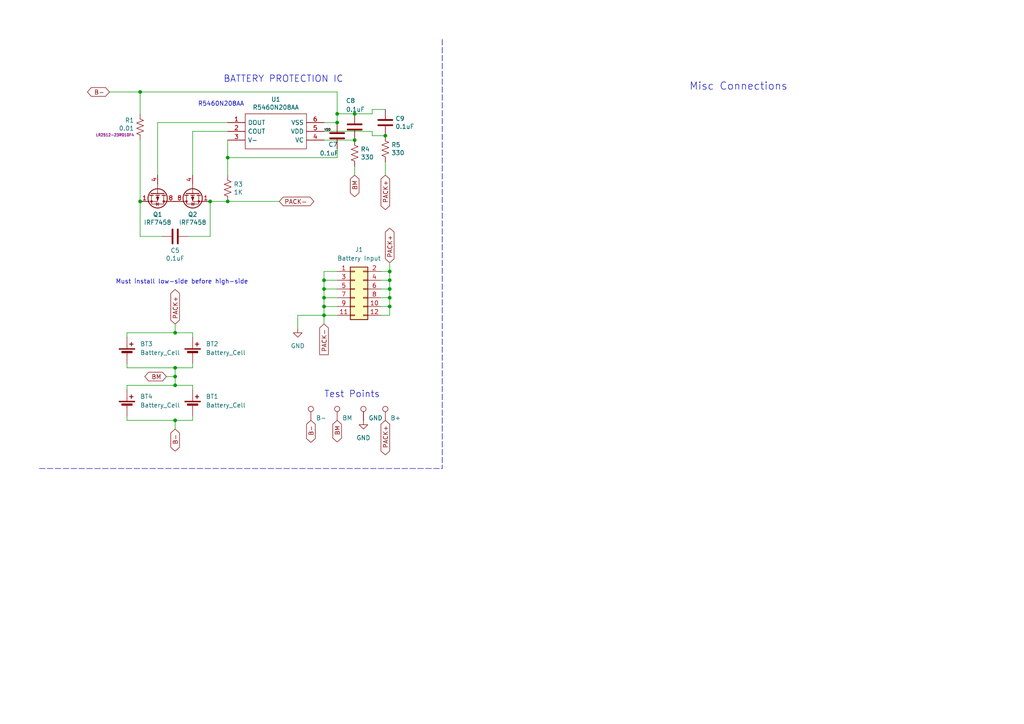
<source format=kicad_sch>
(kicad_sch (version 20250114) (generator "eeschema") (generator_version "9.0")
  (paper "A4")
  (lib_symbols
    (symbol "Connector:TestPoint" (pin_numbers (hide yes)) (pin_names (offset 0.762) (hide yes))
      (property "Reference" "TP" (at 0 6.858 0))
      (property "Value" "TestPoint" (at 0 5.08 0))
      (symbol "TestPoint_0_1"
        (circle (center 0 3.302) (radius 0.762))
      )
      (symbol "TestPoint_1_1"
        (pin passive line (at 0 0 90) (length 2.54) (name "1") (number "1"))
      )
    )
    (symbol "Connector_Generic:Conn_02x06_Odd_Even" (pin_names (offset 1.016) (hide yes))
      (property "Reference" "J" (at 1.27 7.62 0))
      (property "Value" "Conn_02x06_Odd_Even" (at 1.27 -10.16 0))
      (symbol "Conn_02x06_Odd_Even_1_1"
        (rectangle (start -1.27 6.35) (end 3.81 -8.89) (stroke (width 0.254)) (fill (type background)))
        (rectangle (start -1.27 5.207) (end 0 4.953) (stroke (width 0.1524)))
        (rectangle (start -1.27 2.667) (end 0 2.413) (stroke (width 0.1524)))
        (rectangle (start -1.27 0.127) (end 0 -0.127) (stroke (width 0.1524)))
        (rectangle (start -1.27 -2.413) (end 0 -2.667) (stroke (width 0.1524)))
        (rectangle (start -1.27 -4.953) (end 0 -5.207) (stroke (width 0.1524)))
        (rectangle (start -1.27 -7.493) (end 0 -7.747) (stroke (width 0.1524)))
        (rectangle (start 3.81 5.207) (end 2.54 4.953) (stroke (width 0.1524)))
        (rectangle (start 3.81 2.667) (end 2.54 2.413) (stroke (width 0.1524)))
        (rectangle (start 3.81 0.127) (end 2.54 -0.127) (stroke (width 0.1524)))
        (rectangle (start 3.81 -2.413) (end 2.54 -2.667) (stroke (width 0.1524)))
        (rectangle (start 3.81 -4.953) (end 2.54 -5.207) (stroke (width 0.1524)))
        (rectangle (start 3.81 -7.493) (end 2.54 -7.747) (stroke (width 0.1524)))
        (pin passive line (at -5.08 5.08 0) (length 3.81) (name "Pin_1") (number "1"))
        (pin passive line (at -5.08 2.54 0) (length 3.81) (name "Pin_3") (number "3"))
        (pin passive line (at -5.08 0 0) (length 3.81) (name "Pin_5") (number "5"))
        (pin passive line (at -5.08 -2.54 0) (length 3.81) (name "Pin_7") (number "7"))
        (pin passive line (at -5.08 -5.08 0) (length 3.81) (name "Pin_9") (number "9"))
        (pin passive line (at -5.08 -7.62 0) (length 3.81) (name "Pin_11") (number "11"))
        (pin passive line (at 7.62 5.08 180) (length 3.81) (name "Pin_2") (number "2"))
        (pin passive line (at 7.62 2.54 180) (length 3.81) (name "Pin_4") (number "4"))
        (pin passive line (at 7.62 0 180) (length 3.81) (name "Pin_6") (number "6"))
        (pin passive line (at 7.62 -2.54 180) (length 3.81) (name "Pin_8") (number "8"))
        (pin passive line (at 7.62 -5.08 180) (length 3.81) (name "Pin_10") (number "10"))
        (pin passive line (at 7.62 -7.62 180) (length 3.81) (name "Pin_12") (number "12"))
      )
    )
    (symbol "Device:Battery_Cell" (pin_numbers (hide yes)) (pin_names (offset 0) (hide yes))
      (property "Reference" "BT" (at 2.54 2.54 0))
      (property "Value" "Battery_Cell" (at 2.54 0 0))
      (symbol "Battery_Cell_0_1"
        (rectangle (start -2.286 1.778) (end 2.286 1.524) (fill (type outline)))
        (rectangle (start -1.524 1.016) (end 1.524 0.508) (fill (type outline)))
        (polyline (pts (xy 0 1.778) (xy 0 2.54)))
        (polyline (pts (xy 0 0.762) (xy 0 0)))
        (polyline (pts (xy 0.762 3.048) (xy 1.778 3.048)) (stroke (width 0.254)))
        (polyline (pts (xy 1.27 3.556) (xy 1.27 2.54)) (stroke (width 0.254)))
      )
      (symbol "Battery_Cell_1_1"
        (pin passive line (at 0 5.08 270) (length 2.54) (name "+") (number "1"))
        (pin passive line (at 0 -2.54 90) (length 2.54) (name "-") (number "2"))
      )
    )
    (symbol "Device:C" (pin_numbers (hide yes)) (pin_names (offset 0.254))
      (property "Reference" "C" (at 0.635 2.54 0))
      (property "Value" "C" (at 0.635 -2.54 0))
      (symbol "C_0_1"
        (polyline (pts (xy -2.032 0.762) (xy 2.032 0.762)) (stroke (width 0.508)))
        (polyline (pts (xy -2.032 -0.762) (xy 2.032 -0.762)) (stroke (width 0.508)))
      )
      (symbol "C_1_1"
        (pin passive line (at 0 3.81 270) (length 2.794) (name "~") (number "1"))
        (pin passive line (at 0 -3.81 90) (length 2.794) (name "~") (number "2"))
      )
    )
    (symbol "Device:R_US" (pin_numbers (hide yes)) (pin_names (offset 0))
      (property "Reference" "R" (at 2.54 0 90))
      (property "Value" "R_US" (at -2.54 0 90))
      (symbol "R_US_0_1"
        (polyline (pts (xy 0 2.286) (xy 0 2.54)))
        (polyline (pts (xy 0 2.286) (xy 1.016 1.905) (xy 0 1.524) (xy -1.016 1.143) (xy 0 0.762)))
        (polyline (pts (xy 0 0.762) (xy 1.016 0.381) (xy 0 0) (xy -1.016 -0.381) (xy 0 -0.762)))
        (polyline (pts (xy 0 -0.762) (xy 1.016 -1.143) (xy 0 -1.524) (xy -1.016 -1.905) (xy 0 -2.286)))
        (polyline (pts (xy 0 -2.286) (xy 0 -2.54)))
      )
      (symbol "R_US_1_1"
        (pin passive line (at 0 3.81 270) (length 1.27) (name "~") (number "1"))
        (pin passive line (at 0 -3.81 90) (length 1.27) (name "~") (number "2"))
      )
    )
    (symbol "Transistor_FET:IRF7404" (pin_names (hide yes))
      (property "Reference" "Q" (at 5.08 1.905 0))
      (property "Value" "IRF7404" (at 5.08 0 0))
      (symbol "IRF7404_0_1"
        (polyline (pts (xy 0.254 1.905) (xy 0.254 -1.905)) (stroke (width 0.254)))
        (polyline (pts (xy 0.254 0) (xy -2.54 0)))
        (polyline (pts (xy 0.762 2.286) (xy 0.762 1.27)) (stroke (width 0.254)))
        (polyline (pts (xy 0.762 1.778) (xy 3.302 1.778) (xy 3.302 -1.778) (xy 0.762 -1.778)))
        (polyline (pts (xy 0.762 0.508) (xy 0.762 -0.508)) (stroke (width 0.254)))
        (polyline (pts (xy 0.762 -1.27) (xy 0.762 -2.286)) (stroke (width 0.254)))
        (circle (center 1.651 0) (radius 2.794) (stroke (width 0.254)))
        (polyline (pts (xy 2.286 0) (xy 1.27 0.381) (xy 1.27 -0.381) (xy 2.286 0)) (fill (type outline)))
        (polyline (pts (xy 2.54 2.54) (xy 2.54 1.778)))
        (circle (center 2.54 1.778) (radius 0.254) (fill (type outline)))
        (circle (center 2.54 -1.778) (radius 0.254) (fill (type outline)))
        (polyline (pts (xy 2.54 -2.54) (xy 2.54 0) (xy 0.762 0)))
        (polyline (pts (xy 2.794 -0.508) (xy 2.921 -0.381) (xy 3.683 -0.381) (xy 3.81 -0.254)))
        (polyline (pts (xy 3.302 -0.381) (xy 2.921 0.254) (xy 3.683 0.254) (xy 3.302 -0.381)))
      )
      (symbol "IRF7404_1_1"
        (pin passive line (at -5.08 0 0) (length 2.54) (name "G") (number "4"))
        (pin passive line (at 2.54 5.08 270) (length 2.54) (hide yes) (name "D") (number "5"))
        (pin passive line (at 2.54 5.08 270) (length 2.54) (hide yes) (name "D") (number "6"))
        (pin passive line (at 2.54 5.08 270) (length 2.54) (hide yes) (name "D") (number "7"))
        (pin passive line (at 2.54 5.08 270) (length 2.54) (name "D") (number "8"))
        (pin passive line (at 2.54 -5.08 90) (length 2.54) (name "S") (number "1"))
        (pin passive line (at 2.54 -5.08 90) (length 2.54) (hide yes) (name "S") (number "2"))
        (pin passive line (at 2.54 -5.08 90) (length 2.54) (hide yes) (name "S") (number "3"))
      )
    )
    (symbol "batteryboard-rescue:R5460N233AF-symbols" (pin_names (offset 0.762))
      (property "Reference" "U" (at 12.7 3.81 0))
      (property "Value" "R5460N233AF-symbols" (at 7.62 -8.89 0))
      (symbol "R5460N233AF-symbols_0_0"
        (pin unspecified line (at 0 0 0) (length 5.08) (name "DOUT") (number "1"))
        (pin unspecified line (at 0 -2.54 0) (length 5.08) (name "COUT") (number "2"))
        (pin unspecified line (at 0 -5.08 0) (length 5.08) (name "V-") (number "3"))
        (pin unspecified line (at 27.94 0 180) (length 5.08) (name "VSS") (number "6"))
        (pin unspecified line (at 27.94 -2.54 180) (length 5.08) (name "VDD") (number "5"))
        (pin unspecified line (at 27.94 -5.08 180) (length 5.08) (name "VC") (number "4"))
      )
      (symbol "R5460N233AF-symbols_0_1"
        (polyline (pts (xy 5.08 2.54) (xy 22.86 2.54) (xy 22.86 -7.62) (xy 5.08 -7.62) (xy 5.08 2.54)) (stroke (width 0.1524)))
      )
    )
    (symbol "power:GND" (power) (pin_names (offset 0))
      (property "Value" "GND" (at 0 -3.81 0))
      (symbol "GND_0_1"
        (polyline (pts (xy 0 0) (xy 0 -1.27) (xy 1.27 -1.27) (xy 0 -2.54) (xy -1.27 -1.27) (xy 0 -1.27)))
      )
      (symbol "GND_1_1"
        (pin power_in line (at 0 0 270) (length 0) (hide yes) (name "GND") (number "1"))
      )
    )
  )
  (text "Must install low-side before high-side" (at 33.528 82.55 0) (effects (font (size 1.27 1.27)) (justify left bottom)))
  (text "Test Points" (at 93.98 115.57 0) (effects (font (size 1.905 1.905)) (justify left bottom)))
  (text "BATTERY PROTECTION IC" (at 64.77 24.13 0) (effects (font (size 1.905 1.905)) (justify left bottom)))
  (text "Misc Connections" (at 199.898 26.416 0) (effects (font (size 2.159 2.159)) (justify left bottom)))
  (text "R5460N208AA\n" (at 57.404 30.988 0) (effects (font (size 1.27 1.27)) (justify left bottom)))
  (junction (at 113.03 88.9))
  (junction (at 113.03 83.82))
  (junction (at 102.87 40.64))
  (junction (at 97.79 33.02))
  (junction (at 50.8 106.68))
  (junction (at 97.79 35.56))
  (junction (at 113.03 78.74))
  (junction (at 93.98 86.36))
  (junction (at 66.04 45.72))
  (junction (at 66.04 58.42))
  (junction (at 50.8 111.76))
  (junction (at 40.64 26.67))
  (junction (at 113.03 81.28))
  (junction (at 93.98 81.28))
  (junction (at 93.98 91.44))
  (junction (at 50.8 121.92))
  (junction (at 60.96 58.42))
  (junction (at 93.98 88.9))
  (junction (at 50.8 109.22))
  (junction (at 111.76 39.37))
  (junction (at 113.03 86.36))
  (junction (at 93.98 83.82))
  (junction (at 50.8 96.52))
  (junction (at 102.87 33.02))
  (junction (at 40.64 58.42))
  (wire (pts (xy 113.03 76.2) (xy 113.03 78.74)))
  (wire (pts (xy 93.98 78.74) (xy 93.98 81.28)))
  (wire (pts (xy 97.79 45.72) (xy 66.04 45.72)))
  (wire (pts (xy 113.03 81.28) (xy 110.49 81.28)))
  (wire (pts (xy 97.79 33.02) (xy 97.79 26.67)))
  (wire (pts (xy 97.79 81.28) (xy 93.98 81.28)))
  (wire (pts (xy 46.99 68.58) (xy 40.64 68.58)))
  (wire (pts (xy 50.8 111.76) (xy 55.88 111.76)))
  (wire (pts (xy 102.87 33.02) (xy 107.95 33.02)))
  (wire (pts (xy 93.98 81.28) (xy 93.98 83.82)))
  (wire (pts (xy 93.98 91.44) (xy 93.98 93.98)))
  (wire (pts (xy 54.61 68.58) (xy 60.96 68.58)))
  (wire (pts (xy 107.95 33.02) (xy 107.95 31.75)))
  (wire (pts (xy 50.8 121.92) (xy 55.88 121.92)))
  (wire (pts (xy 66.04 45.72) (xy 66.04 40.64)))
  (wire (pts (xy 111.76 50.8) (xy 111.76 46.99)))
  (wire (pts (xy 40.64 26.67) (xy 31.75 26.67)))
  (wire (pts (xy 107.95 38.1) (xy 107.95 39.37)))
  (wire (pts (xy 55.88 38.1) (xy 55.88 50.8)))
  (wire (pts (xy 93.98 40.64) (xy 102.87 40.64)))
  (wire (pts (xy 36.83 96.52) (xy 36.83 97.79)))
  (wire (pts (xy 93.98 91.44) (xy 86.36 91.44)))
  (wire (pts (xy 97.79 88.9) (xy 93.98 88.9)))
  (wire (pts (xy 50.8 93.98) (xy 50.8 96.52)))
  (wire (pts (xy 113.03 88.9) (xy 113.03 86.36)))
  (wire (pts (xy 107.95 31.75) (xy 111.76 31.75)))
  (wire (pts (xy 36.83 111.76) (xy 36.83 113.03)))
  (wire (pts (xy 113.03 83.82) (xy 110.49 83.82)))
  (wire (pts (xy 113.03 78.74) (xy 110.49 78.74)))
  (wire (pts (xy 97.79 33.02) (xy 97.79 35.56)))
  (wire (pts (xy 97.79 86.36) (xy 93.98 86.36)))
  (wire (pts (xy 113.03 86.36) (xy 110.49 86.36)))
  (wire (pts (xy 55.88 38.1) (xy 66.04 38.1)))
  (wire (pts (xy 97.79 26.67) (xy 40.64 26.67)))
  (wire (pts (xy 40.64 26.67) (xy 40.64 33.02)))
  (wire (pts (xy 36.83 121.92) (xy 50.8 121.92)))
  (wire (pts (xy 110.49 88.9) (xy 113.03 88.9)))
  (wire (pts (xy 93.98 35.56) (xy 97.79 35.56)))
  (wire (pts (xy 50.8 109.22) (xy 48.26 109.22)))
  (wire (pts (xy 36.83 111.76) (xy 50.8 111.76)))
  (wire (pts (xy 102.87 50.8) (xy 102.87 48.26)))
  (wire (pts (xy 55.88 111.76) (xy 55.88 113.03)))
  (wire (pts (xy 50.8 106.68) (xy 50.8 109.22)))
  (wire (pts (xy 60.96 68.58) (xy 60.96 58.42)))
  (wire (pts (xy 66.04 58.42) (xy 81.026 58.42)))
  (wire (pts (xy 36.83 96.52) (xy 50.8 96.52)))
  (wire (pts (xy 113.03 83.82) (xy 113.03 86.36)))
  (wire (pts (xy 97.79 91.44) (xy 93.98 91.44)))
  (wire (pts (xy 55.88 121.92) (xy 55.88 120.65)))
  (wire (pts (xy 86.36 91.44) (xy 86.36 95.25)))
  (wire (pts (xy 36.83 105.41) (xy 36.83 106.68)))
  (wire (pts (xy 45.72 35.56) (xy 66.04 35.56)))
  (wire (pts (xy 50.8 109.22) (xy 50.8 111.76)))
  (polyline (pts (xy 11.43 135.89) (xy 128.27 135.89)) (stroke (width 0) (type dash)))
  (wire (pts (xy 93.98 86.36) (xy 93.98 88.9)))
  (wire (pts (xy 55.88 96.52) (xy 55.88 97.79)))
  (wire (pts (xy 97.79 83.82) (xy 93.98 83.82)))
  (wire (pts (xy 45.72 50.8) (xy 45.72 35.56)))
  (wire (pts (xy 55.88 106.68) (xy 55.88 105.41)))
  (wire (pts (xy 113.03 91.44) (xy 113.03 88.9)))
  (wire (pts (xy 97.79 33.02) (xy 102.87 33.02)))
  (wire (pts (xy 40.64 58.42) (xy 40.64 40.64)))
  (wire (pts (xy 93.98 88.9) (xy 93.98 91.44)))
  (wire (pts (xy 107.95 39.37) (xy 111.76 39.37)))
  (polyline (pts (xy 128.27 11.43) (xy 128.27 135.89)) (stroke (width 0) (type dash)))
  (wire (pts (xy 97.79 43.18) (xy 97.79 45.72)))
  (wire (pts (xy 40.64 68.58) (xy 40.64 58.42)))
  (wire (pts (xy 36.83 120.65) (xy 36.83 121.92)))
  (wire (pts (xy 97.79 78.74) (xy 93.98 78.74)))
  (wire (pts (xy 36.83 106.68) (xy 50.8 106.68)))
  (wire (pts (xy 66.04 50.8) (xy 66.04 45.72)))
  (wire (pts (xy 113.03 81.28) (xy 113.03 83.82)))
  (wire (pts (xy 50.8 96.52) (xy 55.88 96.52)))
  (wire (pts (xy 93.98 38.1) (xy 107.95 38.1)))
  (wire (pts (xy 113.03 78.74) (xy 113.03 81.28)))
  (wire (pts (xy 50.8 106.68) (xy 55.88 106.68)))
  (wire (pts (xy 60.96 58.42) (xy 66.04 58.42)))
  (wire (pts (xy 93.98 83.82) (xy 93.98 86.36)))
  (wire (pts (xy 50.8 124.46) (xy 50.8 121.92)))
  (wire (pts (xy 110.49 91.44) (xy 113.03 91.44)))
  (label "VDD" (at 93.98 38.1 0) (effects (font (size 0.635 0.635))))
  (global_label "B-" (shape bidirectional) (at 31.75 26.67 180) (property "Intersheetrefs" "${INTERSHEET_REFS}" (effects (hide yes))))
  (global_label "B-" (shape bidirectional) (at 50.8 124.46 270) (property "Intersheetrefs" "${INTERSHEET_REFS}" (effects (hide yes))))
  (global_label "PACK+" (shape bidirectional) (at 111.76 50.8 270) (property "Intersheetrefs" "${INTERSHEET_REFS}" (effects (hide yes))))
  (global_label "BM" (shape bidirectional) (at 48.26 109.22 180) (property "Intersheetrefs" "${INTERSHEET_REFS}" (effects (hide yes))))
  (global_label "BM" (shape bidirectional) (at 97.79 121.92 270) (property "Intersheetrefs" "${INTERSHEET_REFS}" (effects (hide yes))))
  (global_label "PACK-" (shape input) (at 93.98 93.98 270) (property "Intersheetrefs" "${INTERSHEET_REFS}" (effects (hide yes))))
  (global_label "PACK-" (shape bidirectional) (at 81.026 58.42 0) (property "Intersheetrefs" "${INTERSHEET_REFS}" (effects (hide yes))))
  (global_label "PACK+" (shape bidirectional) (at 50.8 93.98 90) (property "Intersheetrefs" "${INTERSHEET_REFS}" (effects (hide yes))))
  (global_label "BM" (shape bidirectional) (at 102.87 50.8 270) (property "Intersheetrefs" "${INTERSHEET_REFS}" (effects (hide yes))))
  (global_label "B-" (shape bidirectional) (at 90.17 121.92 270) (property "Intersheetrefs" "${INTERSHEET_REFS}" (effects (hide yes))))
  (global_label "PACK+" (shape bidirectional) (at 113.03 76.2 90) (property "Intersheetrefs" "${INTERSHEET_REFS}" (effects (hide yes))))
  (global_label "PACK+" (shape bidirectional) (at 111.76 121.92 270) (property "Intersheetrefs" "${INTERSHEET_REFS}" (effects (hide yes))))
  (symbol (lib_id "Connector_Generic:Conn_02x06_Odd_Even") (at 102.87 83.82 0) (unit 1)
    (property "Reference" "J1" (at 104.14 72.39 0))
    (property "Value" "Battery Input" (at 104.14 74.93 0))
    (property "Footprint" "Connector_Hirose:Hirose_DF11-12DP-2DSA_2x06_P2.00mm_Vertical" (effects (hide yes)))
    (property "Description" "Generic connector, double row, 02x06, odd/even pin numbering scheme (row 1 odd numbers, row 2 even numbers), script generated (kicad-library-utils/schlib/autogen/connector/)" (effects (hide yes)))
  )
  (symbol (lib_id "batteryboard-rescue:R5460N233AF-symbols") (at 66.04 35.56 0) (unit 1)
    (property "Reference" "U1" (at 80.01 28.829 0))
    (property "Value" "R5460N208AA" (at 80.01 31.1404 0))
    (property "Footprint" "Package_TO_SOT_SMD:SOT-23-6" (effects (hide yes)))
    (property "Datasheet" "http://www.mouser.com/datasheet/2/792/r5460-e-1085730.pdf" (effects (hide yes)))
    (property "Description" "Battery Management 2-Cell Li-ion Protection IC" (effects (hide yes)))
    (property "Height" "1.3" (effects (hide yes)))
    (property "Manufacturer_Name" "Ricoh Electronic Devices Company" (effects (hide yes)))
    (property "Manufacturer_Part_Number" "R5460N233AF-TR-FE" (effects (hide yes)))
    (property "Mouser Part Number" "848-R5460N233AFTRFE" (effects (hide yes)))
    (property "Mouser Price/Stock" "https://www.mouser.com/Search/Refine.aspx?Keyword=848-R5460N233AFTRFE" (effects (hide yes)))
  )
  (symbol (lib_id "Device:Battery_Cell") (at 55.88 118.11 0) (unit 1)
    (property "Reference" "BT1" (at 59.69 114.9984 0) (effects (justify left)))
    (property "Value" "Battery_Cell" (at 59.69 117.5384 0) (effects (justify left)))
    (property "Footprint" "Battery Holders:BAT-TH_BH-18650-A6AJ012" (effects (hide yes)))
    (property "Description" "Single-cell battery" (effects (hide yes)))
  )
  (symbol (lib_id "Device:C") (at 102.87 36.83 0) (unit 1)
    (property "Reference" "C8" (at 100.33 29.21 0) (effects (justify left)))
    (property "Value" "0.1uF" (at 100.33 31.75 0) (effects (justify left)))
    (property "Footprint" "Capacitor_SMD:C_0603_1608Metric" (effects (hide yes)))
  )
  (symbol (lib_id "Transistor_FET:IRF7404") (at 45.72 55.88 270) (unit 1)
    (property "Reference" "Q1" (at 45.72 62.2046 90))
    (property "Value" "IRF7458" (at 45.72 64.516 90))
    (property "Footprint" "Package_SO:SOIC-8_3.9x4.9mm_P1.27mm" (effects (hide yes)))
    (property "Datasheet" "http://www.infineon.com/dgdl/irf7404.pdf?fileId=5546d462533600a4015355fa2b5b1b9e" (effects (hide yes)))
  )
  (symbol (lib_id "Connector:TestPoint") (at 97.79 121.92 0) (unit 1)
    (property "Reference" "TP3" (effects (hide yes)))
    (property "Value" "BM" (at 99.2632 121.2342 0) (effects (justify left)))
    (property "Footprint" "TestPoint:TestPoint_Loop_D1.80mm_Drill1.0mm_Beaded" (effects (hide yes)))
  )
  (symbol (lib_id "power:GND") (at 86.36 95.25 0) (unit 1)
    (property "Reference" "#PWR010" (effects (hide yes)))
    (property "Value" "GND" (at 86.36 100.33 0))
  )
  (symbol (lib_id "Device:Battery_Cell") (at 55.88 102.87 0) (unit 1)
    (property "Reference" "BT2" (at 59.69 99.7584 0) (effects (justify left)))
    (property "Value" "Battery_Cell" (at 59.69 102.2984 0) (effects (justify left)))
    (property "Footprint" "Battery Holders:BAT-TH_BH-18650-A6AJ012" (effects (hide yes)))
    (property "Description" "Single-cell battery" (effects (hide yes)))
  )
  (symbol (lib_id "Device:Battery_Cell") (at 36.83 102.87 0) (unit 1)
    (property "Reference" "BT3" (at 40.64 99.7584 0) (effects (justify left)))
    (property "Value" "Battery_Cell" (at 40.64 102.2984 0) (effects (justify left)))
    (property "Footprint" "Battery Holders:BAT-TH_BH-18650-A6AJ012" (effects (hide yes)))
    (property "Description" "Single-cell battery" (effects (hide yes)))
  )
  (symbol (lib_id "Device:R_US") (at 102.87 44.45 180) (unit 1)
    (property "Reference" "R4" (at 104.5972 43.2816 0) (effects (justify right)))
    (property "Value" "330" (at 104.5972 45.593 0) (effects (justify right)))
    (property "Footprint" "Resistor_SMD:R_0603_1608Metric" (effects (hide yes)))
  )
  (symbol (lib_id "Connector:TestPoint") (at 105.41 121.92 0) (unit 1)
    (property "Reference" "TP4" (effects (hide yes)))
    (property "Value" "GND" (at 106.8832 121.2342 0) (effects (justify left)))
    (property "Footprint" "TestPoint:TestPoint_Loop_D1.80mm_Drill1.0mm_Beaded" (effects (hide yes)))
  )
  (symbol (lib_id "Device:R_US") (at 40.64 36.83 0) (unit 1)
    (property "Reference" "R1" (at 38.9128 34.8996 0) (effects (justify right)))
    (property "Value" "0.01" (at 38.9128 37.211 0) (effects (justify right)))
    (property "Footprint" "Resistor_SMD:R_2512_6332Metric" (effects (hide yes)))
    (property "PN" "LR2512-23R010F4" (at 38.9128 39.1414 0) (effects (font (size 0.762 0.762)) (justify right)))
  )
  (symbol (lib_id "Device:C") (at 97.79 39.37 0) (unit 1)
    (property "Reference" "C7" (at 95.25 41.91 0) (effects (justify left)))
    (property "Value" "0.1uF" (at 92.71 44.45 0) (effects (justify left)))
    (property "Footprint" "Capacitor_SMD:C_0603_1608Metric" (effects (hide yes)))
  )
  (symbol (lib_id "Device:C") (at 111.76 35.56 0) (unit 1)
    (property "Reference" "C9" (at 114.681 34.3916 0) (effects (justify left)))
    (property "Value" "0.1uF" (at 114.681 36.703 0) (effects (justify left)))
    (property "Footprint" "Capacitor_SMD:C_0603_1608Metric" (effects (hide yes)))
  )
  (symbol (lib_id "Connector:TestPoint") (at 111.76 121.92 0) (unit 1)
    (property "Reference" "TP5" (effects (hide yes)))
    (property "Value" "B+" (at 113.2332 121.2342 0) (effects (justify left)))
    (property "Footprint" "TestPoint:TestPoint_Loop_D1.80mm_Drill1.0mm_Beaded" (effects (hide yes)))
  )
  (symbol (lib_id "Device:C") (at 50.8 68.58 90) (unit 1)
    (property "Reference" "C5" (at 50.8 72.644 90))
    (property "Value" "0.1uF" (at 50.8 74.9554 90))
    (property "Footprint" "Capacitor_SMD:C_0603_1608Metric" (effects (hide yes)))
  )
  (symbol (lib_id "Transistor_FET:IRF7404") (at 55.88 55.88 90) (mirror x) (unit 1)
    (property "Reference" "Q2" (at 55.88 62.2046 90))
    (property "Value" "IRF7458" (at 55.88 64.516 90))
    (property "Footprint" "Package_SO:SOIC-8_3.9x4.9mm_P1.27mm" (effects (hide yes)))
    (property "Datasheet" "http://www.infineon.com/dgdl/irf7404.pdf?fileId=5546d462533600a4015355fa2b5b1b9e" (effects (hide yes)))
  )
  (symbol (lib_id "Device:R_US") (at 66.04 54.61 0) (unit 1)
    (property "Reference" "R3" (at 67.7672 53.4416 0) (effects (justify left)))
    (property "Value" "1K" (at 67.7672 55.753 0) (effects (justify left)))
    (property "Footprint" "Resistor_SMD:R_0603_1608Metric" (effects (hide yes)))
  )
  (symbol (lib_id "Device:Battery_Cell") (at 36.83 118.11 0) (unit 1)
    (property "Reference" "BT4" (at 40.64 114.9984 0) (effects (justify left)))
    (property "Value" "Battery_Cell" (at 40.64 117.5384 0) (effects (justify left)))
    (property "Footprint" "Battery Holders:BAT-TH_BH-18650-A6AJ012" (effects (hide yes)))
    (property "Description" "Single-cell battery" (effects (hide yes)))
  )
  (symbol (lib_id "power:GND") (at 105.41 121.92 0) (unit 1)
    (property "Reference" "#PWR09" (effects (hide yes)))
    (property "Value" "GND" (at 105.41 127 0))
  )
  (symbol (lib_id "Connector:TestPoint") (at 90.17 121.92 0) (unit 1)
    (property "Reference" "TP2" (effects (hide yes)))
    (property "Value" "B-" (at 91.6432 121.2342 0) (effects (justify left)))
    (property "Footprint" "TestPoint:TestPoint_Loop_D1.80mm_Drill1.0mm_Beaded" (effects (hide yes)))
  )
  (symbol (lib_id "Device:R_US") (at 111.76 43.18 180) (unit 1)
    (property "Reference" "R5" (at 113.4872 42.0116 0) (effects (justify right)))
    (property "Value" "330" (at 113.4872 44.323 0) (effects (justify right)))
    (property "Footprint" "Resistor_SMD:R_0603_1608Metric" (effects (hide yes)))
  )
)
</source>
